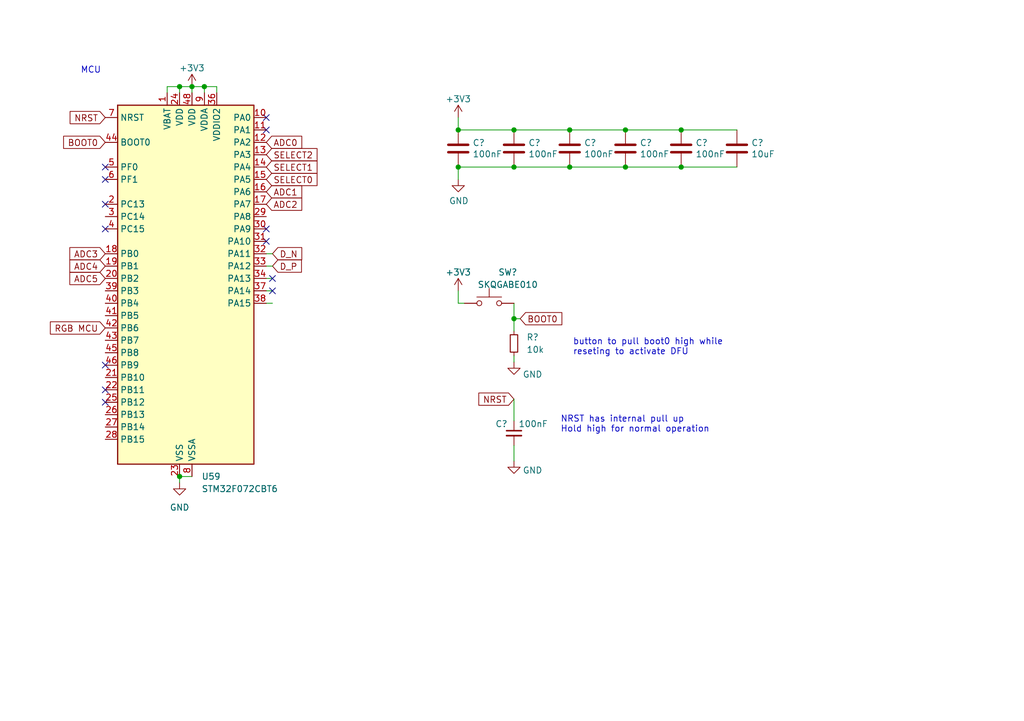
<source format=kicad_sch>
(kicad_sch (version 20230121) (generator eeschema)
  (paper "A5")
  (lib_symbols
    (symbol "Device:C" (pin_numbers hide) (pin_names (offset 0.254))
      (property "Reference" "C" (at 0.635 2.54 0))
      (property "Value" "C" (at 0.635 -2.54 0))
      (symbol "C_0_1"
        (polyline (pts (xy -2.032 -0.762) (xy 2.032 -0.762)) (stroke (width 0.508)))
        (polyline (pts (xy -2.032 0.762) (xy 2.032 0.762)) (stroke (width 0.508)))
      )
      (symbol "C_1_1"
        (pin passive line (at 0 3.81 270) (length 2.794) (name "~") (number "1"))
        (pin passive line (at 0 -3.81 90) (length 2.794) (name "~") (number "2"))
      )
    )
    (symbol "Device:C_Small" (pin_numbers hide) (pin_names (offset 0.254) hide)
      (property "Reference" "C" (at 0.254 1.778 0))
      (property "Value" "C_Small" (at 0.254 -2.032 0))
      (symbol "C_Small_0_1"
        (polyline (pts (xy -1.524 -0.508) (xy 1.524 -0.508)) (stroke (width 0.3302)))
        (polyline (pts (xy -1.524 0.508) (xy 1.524 0.508)) (stroke (width 0.3048)))
      )
      (symbol "C_Small_1_1"
        (pin passive line (at 0 2.54 270) (length 2.032) (name "~") (number "1"))
        (pin passive line (at 0 -2.54 90) (length 2.032) (name "~") (number "2"))
      )
    )
    (symbol "Device:R_Small" (pin_numbers hide) (pin_names (offset 0.254) hide)
      (property "Reference" "R" (at 0.762 0.508 0))
      (property "Value" "R_Small" (at 0.762 -1.016 0))
      (symbol "R_Small_0_1"
        (rectangle (start -0.762 1.778) (end 0.762 -1.778) (stroke (width 0.2032)))
      )
      (symbol "R_Small_1_1"
        (pin passive line (at 0 2.54 270) (length 0.762) (name "~") (number "1"))
        (pin passive line (at 0 -2.54 90) (length 0.762) (name "~") (number "2"))
      )
    )
    (symbol "MCU_ST_STM32F0:STM32F072CBTx"
      (property "Reference" "U" (at -12.7 39.37 0))
      (property "Value" "STM32F072CBTx" (at 10.16 39.37 0))
      (symbol "STM32F072CBTx_0_1"
        (rectangle (start -12.7 -35.56) (end 15.24 38.1) (stroke (width 0.254)) (fill (type background)))
      )
      (symbol "STM32F072CBTx_1_1"
        (pin power_in line (at -2.54 40.64 270) (length 2.54) (name "VBAT") (number "1"))
        (pin bidirectional line (at 17.78 35.56 180) (length 2.54) (name "PA0") (number "10"))
        (pin bidirectional line (at 17.78 33.02 180) (length 2.54) (name "PA1") (number "11"))
        (pin bidirectional line (at 17.78 30.48 180) (length 2.54) (name "PA2") (number "12"))
        (pin bidirectional line (at 17.78 27.94 180) (length 2.54) (name "PA3") (number "13"))
        (pin bidirectional line (at 17.78 25.4 180) (length 2.54) (name "PA4") (number "14"))
        (pin bidirectional line (at 17.78 22.86 180) (length 2.54) (name "PA5") (number "15"))
        (pin bidirectional line (at 17.78 20.32 180) (length 2.54) (name "PA6") (number "16"))
        (pin bidirectional line (at 17.78 17.78 180) (length 2.54) (name "PA7") (number "17"))
        (pin bidirectional line (at -15.24 7.62 0) (length 2.54) (name "PB0") (number "18"))
        (pin bidirectional line (at -15.24 5.08 0) (length 2.54) (name "PB1") (number "19"))
        (pin bidirectional line (at -15.24 17.78 0) (length 2.54) (name "PC13") (number "2"))
        (pin bidirectional line (at -15.24 2.54 0) (length 2.54) (name "PB2") (number "20"))
        (pin bidirectional line (at -15.24 -17.78 0) (length 2.54) (name "PB10") (number "21"))
        (pin bidirectional line (at -15.24 -20.32 0) (length 2.54) (name "PB11") (number "22"))
        (pin power_in line (at 0 -38.1 90) (length 2.54) (name "VSS") (number "23"))
        (pin power_in line (at 0 40.64 270) (length 2.54) (name "VDD") (number "24"))
        (pin bidirectional line (at -15.24 -22.86 0) (length 2.54) (name "PB12") (number "25"))
        (pin bidirectional line (at -15.24 -25.4 0) (length 2.54) (name "PB13") (number "26"))
        (pin bidirectional line (at -15.24 -27.94 0) (length 2.54) (name "PB14") (number "27"))
        (pin bidirectional line (at -15.24 -30.48 0) (length 2.54) (name "PB15") (number "28"))
        (pin bidirectional line (at 17.78 15.24 180) (length 2.54) (name "PA8") (number "29"))
        (pin bidirectional line (at -15.24 15.24 0) (length 2.54) (name "PC14") (number "3"))
        (pin bidirectional line (at 17.78 12.7 180) (length 2.54) (name "PA9") (number "30"))
        (pin bidirectional line (at 17.78 10.16 180) (length 2.54) (name "PA10") (number "31"))
        (pin bidirectional line (at 17.78 7.62 180) (length 2.54) (name "PA11") (number "32"))
        (pin bidirectional line (at 17.78 5.08 180) (length 2.54) (name "PA12") (number "33"))
        (pin bidirectional line (at 17.78 2.54 180) (length 2.54) (name "PA13") (number "34"))
        (pin passive line (at 0 -38.1 90) (length 2.54) hide (name "VSS") (number "35"))
        (pin power_in line (at 7.62 40.64 270) (length 2.54) (name "VDDIO2") (number "36"))
        (pin bidirectional line (at 17.78 0 180) (length 2.54) (name "PA14") (number "37"))
        (pin bidirectional line (at 17.78 -2.54 180) (length 2.54) (name "PA15") (number "38"))
        (pin bidirectional line (at -15.24 0 0) (length 2.54) (name "PB3") (number "39"))
        (pin bidirectional line (at -15.24 12.7 0) (length 2.54) (name "PC15") (number "4"))
        (pin bidirectional line (at -15.24 -2.54 0) (length 2.54) (name "PB4") (number "40"))
        (pin bidirectional line (at -15.24 -5.08 0) (length 2.54) (name "PB5") (number "41"))
        (pin bidirectional line (at -15.24 -7.62 0) (length 2.54) (name "PB6") (number "42"))
        (pin bidirectional line (at -15.24 -10.16 0) (length 2.54) (name "PB7") (number "43"))
        (pin input line (at -15.24 30.48 0) (length 2.54) (name "BOOT0") (number "44"))
        (pin bidirectional line (at -15.24 -12.7 0) (length 2.54) (name "PB8") (number "45"))
        (pin bidirectional line (at -15.24 -15.24 0) (length 2.54) (name "PB9") (number "46"))
        (pin passive line (at 0 -38.1 90) (length 2.54) hide (name "VSS") (number "47"))
        (pin power_in line (at 2.54 40.64 270) (length 2.54) (name "VDD") (number "48"))
        (pin bidirectional line (at -15.24 25.4 0) (length 2.54) (name "PF0") (number "5"))
        (pin bidirectional line (at -15.24 22.86 0) (length 2.54) (name "PF1") (number "6"))
        (pin input line (at -15.24 35.56 0) (length 2.54) (name "NRST") (number "7"))
        (pin power_in line (at 2.54 -38.1 90) (length 2.54) (name "VSSA") (number "8"))
        (pin power_in line (at 5.08 40.64 270) (length 2.54) (name "VDDA") (number "9"))
      )
    )
    (symbol "Switch:SW_Push" (pin_numbers hide) (pin_names (offset 1.016) hide)
      (property "Reference" "SW" (at 1.27 2.54 0))
      (property "Value" "SW_Push" (at 0 -1.524 0))
      (symbol "SW_Push_0_1"
        (circle (center -2.032 0) (radius 0.508))
        (polyline (pts (xy 0 1.27) (xy 0 3.048)))
        (polyline (pts (xy 2.54 1.27) (xy -2.54 1.27)))
        (circle (center 2.032 0) (radius 0.508))
        (pin passive line (at -5.08 0 0) (length 2.54) (name "1") (number "1"))
        (pin passive line (at 5.08 0 180) (length 2.54) (name "2") (number "2"))
      )
    )
    (symbol "power:+3V3" (power) (pin_names (offset 0))
      (property "Value" "+3V3" (at 0 3.556 0))
      (symbol "+3V3_0_1"
        (polyline (pts (xy -0.762 1.27) (xy 0 2.54)))
        (polyline (pts (xy 0 0) (xy 0 2.54)))
        (polyline (pts (xy 0 2.54) (xy 0.762 1.27)))
      )
      (symbol "+3V3_1_1"
        (pin power_in line (at 0 0 90) (length 0) hide (name "+3V3") (number "1"))
      )
    )
    (symbol "power:GND" (power) (pin_names (offset 0))
      (property "Value" "GND" (at 0 -3.81 0))
      (symbol "GND_0_1"
        (polyline (pts (xy 0 0) (xy 0 -1.27) (xy 1.27 -1.27) (xy 0 -2.54) (xy -1.27 -1.27) (xy 0 -1.27)))
      )
      (symbol "GND_1_1"
        (pin power_in line (at 0 0 270) (length 0) hide (name "GND") (number "1"))
      )
    )
  )
  (junction (at 128.27 34.29))
  (junction (at 105.41 26.67))
  (junction (at 39.37 17.78))
  (junction (at 128.27 26.67))
  (junction (at 93.98 26.67))
  (junction (at 105.41 65.405))
  (junction (at 116.84 26.67))
  (junction (at 139.7 26.67))
  (junction (at 41.91 17.78))
  (junction (at 36.83 97.79))
  (junction (at 93.98 34.29))
  (junction (at 36.83 17.78))
  (junction (at 139.7 34.29))
  (junction (at 105.41 34.29))
  (junction (at 116.84 34.29))
  (no_connect (at 21.59 36.83))
  (no_connect (at 21.59 34.29))
  (no_connect (at 54.61 46.99))
  (no_connect (at 21.59 74.93))
  (no_connect (at 55.88 57.15))
  (no_connect (at 21.59 82.55))
  (no_connect (at 55.88 59.69))
  (no_connect (at 21.59 46.99))
  (no_connect (at 54.61 49.53))
  (no_connect (at 21.59 80.01))
  (no_connect (at 21.59 41.91))
  (no_connect (at 54.61 24.13))
  (no_connect (at 54.61 26.67))
  (wire (pts (xy 36.83 17.78) (xy 36.83 19.05)))
  (wire (pts (xy 55.88 54.61) (xy 54.61 54.61)))
  (wire (pts (xy 55.88 59.69) (xy 54.61 59.69)))
  (wire (pts (xy 39.37 17.78) (xy 41.91 17.78)))
  (wire (pts (xy 41.91 17.78) (xy 41.91 19.05)))
  (wire (pts (xy 44.45 17.78) (xy 44.45 19.05)))
  (wire (pts (xy 95.25 62.23) (xy 93.98 62.23)))
  (wire (pts (xy 39.37 17.78) (xy 39.37 19.05)))
  (wire (pts (xy 34.29 17.78) (xy 36.83 17.78)))
  (wire (pts (xy 105.41 34.29) (xy 116.84 34.29)))
  (wire (pts (xy 93.98 62.23) (xy 93.98 59.69)))
  (wire (pts (xy 55.88 57.15) (xy 54.61 57.15)))
  (wire (pts (xy 34.29 17.78) (xy 34.29 19.05)))
  (wire (pts (xy 55.88 52.07) (xy 54.61 52.07)))
  (wire (pts (xy 105.41 34.29) (xy 93.98 34.29)))
  (wire (pts (xy 36.83 17.78) (xy 39.37 17.78)))
  (wire (pts (xy 105.41 26.67) (xy 93.98 26.67)))
  (wire (pts (xy 36.83 97.79) (xy 39.37 97.79)))
  (wire (pts (xy 93.98 24.13) (xy 93.98 26.67)))
  (wire (pts (xy 139.7 34.29) (xy 151.13 34.29)))
  (wire (pts (xy 105.41 65.405) (xy 106.68 65.405)))
  (wire (pts (xy 41.91 17.78) (xy 44.45 17.78)))
  (wire (pts (xy 36.83 99.06) (xy 36.83 97.79)))
  (wire (pts (xy 139.7 26.67) (xy 151.13 26.67)))
  (wire (pts (xy 128.27 26.67) (xy 139.7 26.67)))
  (wire (pts (xy 55.88 62.23) (xy 54.61 62.23)))
  (wire (pts (xy 105.41 94.615) (xy 105.41 91.44)))
  (wire (pts (xy 116.84 34.29) (xy 128.27 34.29)))
  (wire (pts (xy 105.41 65.405) (xy 105.41 67.945)))
  (wire (pts (xy 128.27 34.29) (xy 139.7 34.29)))
  (wire (pts (xy 105.41 73.025) (xy 105.41 74.295)))
  (wire (pts (xy 105.41 26.67) (xy 116.84 26.67)))
  (wire (pts (xy 105.41 81.915) (xy 105.41 86.36)))
  (wire (pts (xy 105.41 62.23) (xy 105.41 65.405)))
  (wire (pts (xy 116.84 26.67) (xy 128.27 26.67)))
  (wire (pts (xy 93.98 36.83) (xy 93.98 34.29)))
  (text "NRST has internal pull up\nHold high for normal operation" (at 114.935 88.9 0) (effects (font (size 1.27 1.27)) (justify left bottom)))
  (text "MCU" (at 16.51 15.24 0) (effects (font (size 1.27 1.27)) (justify left bottom)))
  (text "button to pull boot0 high while \nreseting to activate DFU" (at 117.475 73.025 0) (effects (font (size 1.27 1.27)) (justify left bottom)))
  (global_label "D_N" (shape input) (at 55.88 52.07 0) (property "Intersheetrefs" "${INTERSHEET_REFS}" (effects hide)))
  (global_label "RGB MCU" (shape input) (at 21.59 67.31 180) (property "Intersheetrefs" "${INTERSHEET_REFS}" (effects hide)))
  (global_label "BOOT0" (shape input) (at 21.59 29.21 180) (property "Intersheetrefs" "${INTERSHEET_REFS}" (effects hide)))
  (global_label "ADC3" (shape input) (at 21.59 52.07 180) (property "Intersheetrefs" "${INTERSHEET_REFS}" (effects hide)))
  (global_label "ADC5" (shape input) (at 21.59 57.15 180) (property "Intersheetrefs" "${INTERSHEET_REFS}" (effects hide)))
  (global_label "ADC0" (shape input) (at 54.61 29.21 0) (property "Intersheetrefs" "${INTERSHEET_REFS}" (effects hide)))
  (global_label "D_P" (shape input) (at 55.88 54.61 0) (property "Intersheetrefs" "${INTERSHEET_REFS}" (effects hide)))
  (global_label "ADC2" (shape input) (at 54.61 41.91 0) (property "Intersheetrefs" "${INTERSHEET_REFS}" (effects hide)))
  (global_label "SELECT1" (shape input) (at 54.61 34.29 0) (property "Intersheetrefs" "${INTERSHEET_REFS}" (effects hide)))
  (global_label "NRST" (shape input) (at 21.59 24.13 180) (property "Intersheetrefs" "${INTERSHEET_REFS}" (effects hide)))
  (global_label "SELECT2" (shape input) (at 54.61 31.75 0) (property "Intersheetrefs" "${INTERSHEET_REFS}" (effects hide)))
  (global_label "SELECT0" (shape input) (at 54.61 36.83 0) (property "Intersheetrefs" "${INTERSHEET_REFS}" (effects hide)))
  (global_label "ADC4" (shape input) (at 21.59 54.61 180) (property "Intersheetrefs" "${INTERSHEET_REFS}" (effects hide)))
  (global_label "NRST" (shape input) (at 105.41 81.915 180) (property "Intersheetrefs" "${INTERSHEET_REFS}" (effects hide)))
  (global_label "BOOT0" (shape input) (at 106.68 65.405 0) (property "Intersheetrefs" "${INTERSHEET_REFS}" (effects hide)))
  (global_label "ADC1" (shape input) (at 54.61 39.37 0) (property "Intersheetrefs" "${INTERSHEET_REFS}" (effects hide)))
  (symbol (lib_id "power:GND") (at 105.41 74.295 0) (unit 1)
    (property "Reference" "#PWR?" (effects hide))
    (property "Value" "GND" (at 109.22 76.835 0))
    (instances (project "TKL" (path "" (reference "#PWR?") (unit 1))) (project "vootington" (path "" (reference "#PWR0114") (unit 1))) (project "le_capybara" (path "" (reference "#PWR016") (unit 1))))
  )
  (symbol (lib_id "Device:C") (at 139.7 30.48 0) (unit 1)
    (property "Reference" "C?" (at 142.621 29.3116 0) (effects (justify left)))
    (property "Value" "100nF" (at 142.621 31.623 0) (effects (justify left)))
    (property "Footprint" "Capacitor_SMD:C_0402_1005Metric" (effects hide))
    (property "LCSC" "C307331" (effects hide))
    (instances (project "LeChiffre" (path "" (reference "C?") (unit 1))) (project "vootington" (path "" (reference "C12") (unit 1))) (project "stm32_hotswap_chiffre" (path "" (reference "C5") (unit 1))))
  )
  (symbol (lib_id "power:GND") (at 105.41 94.615 0) (mirror y) (unit 1)
    (property "Reference" "#PWR?" (effects hide))
    (property "Value" "GND" (at 109.22 96.52 0))
    (instances (project "TKL" (path "" (reference "#PWR?") (unit 1))) (project "vootington" (path "" (reference "#PWR0117") (unit 1))) (project "le_capybara" (path "" (reference "#PWR022") (unit 1))))
  )
  (symbol (lib_id "Device:R_Small") (at 105.41 70.485 0) (unit 1)
    (property "Reference" "R?" (at 107.95 69.2149 0) (effects (justify left)))
    (property "Value" "10k" (at 107.95 71.7549 0) (effects (justify left)))
    (property "Footprint" "Resistor_SMD:R_0402_1005Metric" (effects hide))
    (instances (project "TKL" (path "" (reference "R?") (unit 1))) (project "vootington" (path "" (reference "R5") (unit 1))) (project "le_capybara" (path "" (reference "R3") (unit 1))))
  )
  (symbol (lib_id "power:GND") (at 36.83 99.06 0) (unit 1)
    (property "Reference" "#PWR0115" (effects hide))
    (property "Value" "GND" (at 36.83 104.14 0))
    (instances (project "vootington" (path "" (reference "#PWR0115") (unit 1))) (project "le_capybara" (path "" (reference "#PWR021") (unit 1))))
  )
  (symbol (lib_id "MCU_ST_STM32F0:STM32F072CBTx") (at 36.83 59.69 0) (unit 1)
    (property "Reference" "U59" (at 41.3259 97.79 0) (effects (justify left)))
    (property "Value" "STM32F072CBT6" (at 41.3259 100.33 0) (effects (justify left)))
    (property "Footprint" "Package_QFP:LQFP-48_7x7mm_P0.5mm" (effects hide))
    (property "Datasheet" "https://www.st.com/resource/en/datasheet/stm32f072cb.pdf" (effects hide))
    (property "JlcRotOffset" "90" (effects hide))
    (instances (project "vootington" (path "" (reference "U59") (unit 1))) (project "le_capybara" (path "" (reference "U2") (unit 1))))
  )
  (symbol (lib_id "Device:C") (at 116.84 30.48 0) (unit 1)
    (property "Reference" "C?" (at 119.761 29.3116 0) (effects (justify left)))
    (property "Value" "100nF" (at 119.761 31.623 0) (effects (justify left)))
    (property "Footprint" "Capacitor_SMD:C_0402_1005Metric" (effects hide))
    (property "LCSC" "C307331" (effects hide))
    (instances (project "LeChiffre" (path "" (reference "C?") (unit 1))) (project "vootington" (path "" (reference "C10") (unit 1))) (project "stm32_hotswap_chiffre" (path "" (reference "C3") (unit 1))))
  )
  (symbol (lib_id "power:+3V3") (at 93.98 24.13 0) (unit 1)
    (property "Reference" "#PWR01" (effects hide))
    (property "Value" "+3V3" (at 93.98 20.32 0))
    (instances (project "vootington" (path "" (reference "#PWR01") (unit 1))) (project "stm32_hotswap_chiffre" (path "" (reference "#PWR03") (unit 1))))
  )
  (symbol (lib_id "Switch:SW_Push") (at 100.33 62.23 0) (unit 1)
    (property "Reference" "SW?" (at 104.14 55.88 0))
    (property "Value" "SKQGABE010" (at 104.14 58.42 0))
    (property "Footprint" "Button_Switch_SMD:SW_SPST_SKQG_WithoutStem" (effects hide))
    (property "LCSC" "C115351" (effects hide))
    (instances (project "TKL" (path "" (reference "SW?") (unit 1))) (project "vootington" (path "" (reference "SW1") (unit 1))) (project "le_capybara" (path "" (reference "SW37") (unit 1))))
  )
  (symbol (lib_id "Device:C") (at 128.27 30.48 0) (unit 1)
    (property "Reference" "C?" (at 131.191 29.3116 0) (effects (justify left)))
    (property "Value" "100nF" (at 131.191 31.623 0) (effects (justify left)))
    (property "Footprint" "Capacitor_SMD:C_0402_1005Metric" (effects hide))
    (property "LCSC" "C307331" (effects hide))
    (instances (project "LeChiffre" (path "" (reference "C?") (unit 1))) (project "vootington" (path "" (reference "C11") (unit 1))) (project "stm32_hotswap_chiffre" (path "" (reference "C4") (unit 1))))
  )
  (symbol (lib_id "power:GND") (at 93.98 36.83 0) (unit 1)
    (property "Reference" "#PWR?" (effects hide))
    (property "Value" "GND" (at 94.107 41.2242 0))
    (instances (project "LeChiffre" (path "" (reference "#PWR?") (unit 1))) (project "vootington" (path "" (reference "#PWR02") (unit 1))) (project "stm32_hotswap_chiffre" (path "" (reference "#PWR05") (unit 1))))
  )
  (symbol (lib_id "Device:C") (at 105.41 30.48 0) (unit 1)
    (property "Reference" "C?" (at 108.331 29.3116 0) (effects (justify left)))
    (property "Value" "100nF" (at 108.331 31.623 0) (effects (justify left)))
    (property "Footprint" "Capacitor_SMD:C_0402_1005Metric" (effects hide))
    (property "LCSC" "C307331" (effects hide))
    (instances (project "LeChiffre" (path "" (reference "C?") (unit 1))) (project "vootington" (path "" (reference "C2") (unit 1))) (project "stm32_hotswap_chiffre" (path "" (reference "C2") (unit 1))))
  )
  (symbol (lib_id "power:+3V3") (at 39.37 17.78 0) (unit 1)
    (property "Reference" "#PWR0107" (effects hide))
    (property "Value" "+3V3" (at 39.37 13.97 0))
    (instances (project "vootington" (path "" (reference "#PWR0107") (unit 1))) (project "le_capybara" (path "" (reference "#PWR01") (unit 1))))
  )
  (symbol (lib_id "Device:C") (at 93.98 30.48 0) (unit 1)
    (property "Reference" "C?" (at 96.901 29.3116 0) (effects (justify left)))
    (property "Value" "100nF" (at 96.901 31.623 0) (effects (justify left)))
    (property "Footprint" "Capacitor_SMD:C_0402_1005Metric" (effects hide))
    (property "LCSC" "C307331" (effects hide))
    (instances (project "LeChiffre" (path "" (reference "C?") (unit 1))) (project "vootington" (path "" (reference "C1") (unit 1))) (project "stm32_hotswap_chiffre" (path "" (reference "C1") (unit 1))))
  )
  (symbol (lib_id "power:+3V3") (at 93.98 59.69 0) (mirror y) (unit 1)
    (property "Reference" "#PWR0113" (effects hide))
    (property "Value" "+3V3" (at 93.98 55.88 0))
    (instances (project "vootington" (path "" (reference "#PWR0113") (unit 1))) (project "le_capybara" (path "" (reference "#PWR015") (unit 1))))
  )
  (symbol (lib_id "Device:C") (at 151.13 30.48 0) (unit 1)
    (property "Reference" "C?" (at 154.051 29.3116 0) (effects (justify left)))
    (property "Value" "10uF" (at 154.051 31.623 0) (effects (justify left)))
    (property "Footprint" "Capacitor_SMD:C_0603_1608Metric" (effects hide))
    (instances (project "LeChiffre" (path "" (reference "C?") (unit 1))) (project "vootington" (path "" (reference "C13") (unit 1))) (project "stm32_hotswap_chiffre" (path "" (reference "C6") (unit 1))))
  )
  (symbol (lib_id "Device:C_Small") (at 105.41 88.9 0) (mirror y) (unit 1)
    (property "Reference" "C?" (at 104.14 86.995 0) (effects (justify left)))
    (property "Value" "100nF" (at 112.395 86.995 0) (effects (justify left)))
    (property "Footprint" "Capacitor_SMD:C_0402_1005Metric" (effects hide))
    (property "LCSC" "C307331" (effects hide))
    (instances (project "TKL" (path "" (reference "C?") (unit 1))) (project "vootington" (path "" (reference "C29") (unit 1))) (project "le_capybara" (path "" (reference "C17") (unit 1))))
  )
)
</source>
